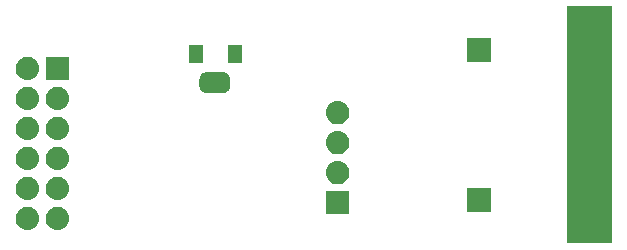
<source format=gts>
G04 #@! TF.GenerationSoftware,KiCad,Pcbnew,(5.1.4)-1*
G04 #@! TF.CreationDate,2020-10-15T04:09:33+01:00*
G04 #@! TF.ProjectId,buffer,62756666-6572-42e6-9b69-6361645f7063,rev?*
G04 #@! TF.SameCoordinates,Original*
G04 #@! TF.FileFunction,Soldermask,Top*
G04 #@! TF.FilePolarity,Negative*
%FSLAX46Y46*%
G04 Gerber Fmt 4.6, Leading zero omitted, Abs format (unit mm)*
G04 Created by KiCad (PCBNEW (5.1.4)-1) date 2020-10-15 04:09:33*
%MOMM*%
%LPD*%
G04 APERTURE LIST*
%ADD10C,0.100000*%
G04 APERTURE END LIST*
D10*
G36*
X87300200Y-49191560D02*
G01*
X83500200Y-49191560D01*
X83500200Y-29111560D01*
X87300200Y-29111560D01*
X87300200Y-49191560D01*
X87300200Y-49191560D01*
G37*
G36*
X40549836Y-46090830D02*
G01*
X40738332Y-46148009D01*
X40912058Y-46240868D01*
X41064328Y-46365832D01*
X41189292Y-46518102D01*
X41282151Y-46691828D01*
X41339330Y-46880324D01*
X41358638Y-47076360D01*
X41339330Y-47272396D01*
X41282151Y-47460892D01*
X41189292Y-47634618D01*
X41064328Y-47786888D01*
X40912058Y-47911852D01*
X40738332Y-48004711D01*
X40549836Y-48061890D01*
X40402920Y-48076360D01*
X40304680Y-48076360D01*
X40157764Y-48061890D01*
X39969268Y-48004711D01*
X39795542Y-47911852D01*
X39643272Y-47786888D01*
X39518308Y-47634618D01*
X39425449Y-47460892D01*
X39368270Y-47272396D01*
X39348962Y-47076360D01*
X39368270Y-46880324D01*
X39425449Y-46691828D01*
X39518308Y-46518102D01*
X39643272Y-46365832D01*
X39795542Y-46240868D01*
X39969268Y-46148009D01*
X40157764Y-46090830D01*
X40304680Y-46076360D01*
X40402920Y-46076360D01*
X40549836Y-46090830D01*
X40549836Y-46090830D01*
G37*
G36*
X38009836Y-46090830D02*
G01*
X38198332Y-46148009D01*
X38372058Y-46240868D01*
X38524328Y-46365832D01*
X38649292Y-46518102D01*
X38742151Y-46691828D01*
X38799330Y-46880324D01*
X38818638Y-47076360D01*
X38799330Y-47272396D01*
X38742151Y-47460892D01*
X38649292Y-47634618D01*
X38524328Y-47786888D01*
X38372058Y-47911852D01*
X38198332Y-48004711D01*
X38009836Y-48061890D01*
X37862920Y-48076360D01*
X37764680Y-48076360D01*
X37617764Y-48061890D01*
X37429268Y-48004711D01*
X37255542Y-47911852D01*
X37103272Y-47786888D01*
X36978308Y-47634618D01*
X36885449Y-47460892D01*
X36828270Y-47272396D01*
X36808962Y-47076360D01*
X36828270Y-46880324D01*
X36885449Y-46691828D01*
X36978308Y-46518102D01*
X37103272Y-46365832D01*
X37255542Y-46240868D01*
X37429268Y-46148009D01*
X37617764Y-46090830D01*
X37764680Y-46076360D01*
X37862920Y-46076360D01*
X38009836Y-46090830D01*
X38009836Y-46090830D01*
G37*
G36*
X65077400Y-46730160D02*
G01*
X63077400Y-46730160D01*
X63077400Y-44730160D01*
X65077400Y-44730160D01*
X65077400Y-46730160D01*
X65077400Y-46730160D01*
G37*
G36*
X77033180Y-46504100D02*
G01*
X75033180Y-46504100D01*
X75033180Y-44504100D01*
X77033180Y-44504100D01*
X77033180Y-46504100D01*
X77033180Y-46504100D01*
G37*
G36*
X38009836Y-43550830D02*
G01*
X38198332Y-43608009D01*
X38372058Y-43700868D01*
X38524328Y-43825832D01*
X38649292Y-43978102D01*
X38742151Y-44151828D01*
X38799330Y-44340324D01*
X38818638Y-44536360D01*
X38799330Y-44732396D01*
X38742151Y-44920892D01*
X38649292Y-45094618D01*
X38524328Y-45246888D01*
X38372058Y-45371852D01*
X38198332Y-45464711D01*
X38009836Y-45521890D01*
X37862920Y-45536360D01*
X37764680Y-45536360D01*
X37617764Y-45521890D01*
X37429268Y-45464711D01*
X37255542Y-45371852D01*
X37103272Y-45246888D01*
X36978308Y-45094618D01*
X36885449Y-44920892D01*
X36828270Y-44732396D01*
X36808962Y-44536360D01*
X36828270Y-44340324D01*
X36885449Y-44151828D01*
X36978308Y-43978102D01*
X37103272Y-43825832D01*
X37255542Y-43700868D01*
X37429268Y-43608009D01*
X37617764Y-43550830D01*
X37764680Y-43536360D01*
X37862920Y-43536360D01*
X38009836Y-43550830D01*
X38009836Y-43550830D01*
G37*
G36*
X40549836Y-43550830D02*
G01*
X40738332Y-43608009D01*
X40912058Y-43700868D01*
X41064328Y-43825832D01*
X41189292Y-43978102D01*
X41282151Y-44151828D01*
X41339330Y-44340324D01*
X41358638Y-44536360D01*
X41339330Y-44732396D01*
X41282151Y-44920892D01*
X41189292Y-45094618D01*
X41064328Y-45246888D01*
X40912058Y-45371852D01*
X40738332Y-45464711D01*
X40549836Y-45521890D01*
X40402920Y-45536360D01*
X40304680Y-45536360D01*
X40157764Y-45521890D01*
X39969268Y-45464711D01*
X39795542Y-45371852D01*
X39643272Y-45246888D01*
X39518308Y-45094618D01*
X39425449Y-44920892D01*
X39368270Y-44732396D01*
X39348962Y-44536360D01*
X39368270Y-44340324D01*
X39425449Y-44151828D01*
X39518308Y-43978102D01*
X39643272Y-43825832D01*
X39795542Y-43700868D01*
X39969268Y-43608009D01*
X40157764Y-43550830D01*
X40304680Y-43536360D01*
X40402920Y-43536360D01*
X40549836Y-43550830D01*
X40549836Y-43550830D01*
G37*
G36*
X64273436Y-42204630D02*
G01*
X64461932Y-42261809D01*
X64635658Y-42354668D01*
X64787928Y-42479632D01*
X64912892Y-42631902D01*
X65005751Y-42805628D01*
X65062930Y-42994124D01*
X65082238Y-43190160D01*
X65062930Y-43386196D01*
X65005751Y-43574692D01*
X64912892Y-43748418D01*
X64787928Y-43900688D01*
X64635658Y-44025652D01*
X64461932Y-44118511D01*
X64273436Y-44175690D01*
X64126520Y-44190160D01*
X64028280Y-44190160D01*
X63881364Y-44175690D01*
X63692868Y-44118511D01*
X63519142Y-44025652D01*
X63366872Y-43900688D01*
X63241908Y-43748418D01*
X63149049Y-43574692D01*
X63091870Y-43386196D01*
X63072562Y-43190160D01*
X63091870Y-42994124D01*
X63149049Y-42805628D01*
X63241908Y-42631902D01*
X63366872Y-42479632D01*
X63519142Y-42354668D01*
X63692868Y-42261809D01*
X63881364Y-42204630D01*
X64028280Y-42190160D01*
X64126520Y-42190160D01*
X64273436Y-42204630D01*
X64273436Y-42204630D01*
G37*
G36*
X40549836Y-41010830D02*
G01*
X40738332Y-41068009D01*
X40912058Y-41160868D01*
X41064328Y-41285832D01*
X41189292Y-41438102D01*
X41282151Y-41611828D01*
X41339330Y-41800324D01*
X41358638Y-41996360D01*
X41339330Y-42192396D01*
X41282151Y-42380892D01*
X41189292Y-42554618D01*
X41064328Y-42706888D01*
X40912058Y-42831852D01*
X40738332Y-42924711D01*
X40549836Y-42981890D01*
X40402920Y-42996360D01*
X40304680Y-42996360D01*
X40157764Y-42981890D01*
X39969268Y-42924711D01*
X39795542Y-42831852D01*
X39643272Y-42706888D01*
X39518308Y-42554618D01*
X39425449Y-42380892D01*
X39368270Y-42192396D01*
X39348962Y-41996360D01*
X39368270Y-41800324D01*
X39425449Y-41611828D01*
X39518308Y-41438102D01*
X39643272Y-41285832D01*
X39795542Y-41160868D01*
X39969268Y-41068009D01*
X40157764Y-41010830D01*
X40304680Y-40996360D01*
X40402920Y-40996360D01*
X40549836Y-41010830D01*
X40549836Y-41010830D01*
G37*
G36*
X38009836Y-41010830D02*
G01*
X38198332Y-41068009D01*
X38372058Y-41160868D01*
X38524328Y-41285832D01*
X38649292Y-41438102D01*
X38742151Y-41611828D01*
X38799330Y-41800324D01*
X38818638Y-41996360D01*
X38799330Y-42192396D01*
X38742151Y-42380892D01*
X38649292Y-42554618D01*
X38524328Y-42706888D01*
X38372058Y-42831852D01*
X38198332Y-42924711D01*
X38009836Y-42981890D01*
X37862920Y-42996360D01*
X37764680Y-42996360D01*
X37617764Y-42981890D01*
X37429268Y-42924711D01*
X37255542Y-42831852D01*
X37103272Y-42706888D01*
X36978308Y-42554618D01*
X36885449Y-42380892D01*
X36828270Y-42192396D01*
X36808962Y-41996360D01*
X36828270Y-41800324D01*
X36885449Y-41611828D01*
X36978308Y-41438102D01*
X37103272Y-41285832D01*
X37255542Y-41160868D01*
X37429268Y-41068009D01*
X37617764Y-41010830D01*
X37764680Y-40996360D01*
X37862920Y-40996360D01*
X38009836Y-41010830D01*
X38009836Y-41010830D01*
G37*
G36*
X64273436Y-39664630D02*
G01*
X64461932Y-39721809D01*
X64635658Y-39814668D01*
X64787928Y-39939632D01*
X64912892Y-40091902D01*
X65005751Y-40265628D01*
X65062930Y-40454124D01*
X65082238Y-40650160D01*
X65062930Y-40846196D01*
X65005751Y-41034692D01*
X64912892Y-41208418D01*
X64787928Y-41360688D01*
X64635658Y-41485652D01*
X64461932Y-41578511D01*
X64273436Y-41635690D01*
X64126520Y-41650160D01*
X64028280Y-41650160D01*
X63881364Y-41635690D01*
X63692868Y-41578511D01*
X63519142Y-41485652D01*
X63366872Y-41360688D01*
X63241908Y-41208418D01*
X63149049Y-41034692D01*
X63091870Y-40846196D01*
X63072562Y-40650160D01*
X63091870Y-40454124D01*
X63149049Y-40265628D01*
X63241908Y-40091902D01*
X63366872Y-39939632D01*
X63519142Y-39814668D01*
X63692868Y-39721809D01*
X63881364Y-39664630D01*
X64028280Y-39650160D01*
X64126520Y-39650160D01*
X64273436Y-39664630D01*
X64273436Y-39664630D01*
G37*
G36*
X40549836Y-38470830D02*
G01*
X40738332Y-38528009D01*
X40912058Y-38620868D01*
X41064328Y-38745832D01*
X41189292Y-38898102D01*
X41282151Y-39071828D01*
X41339330Y-39260324D01*
X41358638Y-39456360D01*
X41339330Y-39652396D01*
X41282151Y-39840892D01*
X41189292Y-40014618D01*
X41064328Y-40166888D01*
X40912058Y-40291852D01*
X40738332Y-40384711D01*
X40549836Y-40441890D01*
X40402920Y-40456360D01*
X40304680Y-40456360D01*
X40157764Y-40441890D01*
X39969268Y-40384711D01*
X39795542Y-40291852D01*
X39643272Y-40166888D01*
X39518308Y-40014618D01*
X39425449Y-39840892D01*
X39368270Y-39652396D01*
X39348962Y-39456360D01*
X39368270Y-39260324D01*
X39425449Y-39071828D01*
X39518308Y-38898102D01*
X39643272Y-38745832D01*
X39795542Y-38620868D01*
X39969268Y-38528009D01*
X40157764Y-38470830D01*
X40304680Y-38456360D01*
X40402920Y-38456360D01*
X40549836Y-38470830D01*
X40549836Y-38470830D01*
G37*
G36*
X38009836Y-38470830D02*
G01*
X38198332Y-38528009D01*
X38372058Y-38620868D01*
X38524328Y-38745832D01*
X38649292Y-38898102D01*
X38742151Y-39071828D01*
X38799330Y-39260324D01*
X38818638Y-39456360D01*
X38799330Y-39652396D01*
X38742151Y-39840892D01*
X38649292Y-40014618D01*
X38524328Y-40166888D01*
X38372058Y-40291852D01*
X38198332Y-40384711D01*
X38009836Y-40441890D01*
X37862920Y-40456360D01*
X37764680Y-40456360D01*
X37617764Y-40441890D01*
X37429268Y-40384711D01*
X37255542Y-40291852D01*
X37103272Y-40166888D01*
X36978308Y-40014618D01*
X36885449Y-39840892D01*
X36828270Y-39652396D01*
X36808962Y-39456360D01*
X36828270Y-39260324D01*
X36885449Y-39071828D01*
X36978308Y-38898102D01*
X37103272Y-38745832D01*
X37255542Y-38620868D01*
X37429268Y-38528009D01*
X37617764Y-38470830D01*
X37764680Y-38456360D01*
X37862920Y-38456360D01*
X38009836Y-38470830D01*
X38009836Y-38470830D01*
G37*
G36*
X64273436Y-37124630D02*
G01*
X64461932Y-37181809D01*
X64635658Y-37274668D01*
X64787928Y-37399632D01*
X64912892Y-37551902D01*
X65005751Y-37725628D01*
X65062930Y-37914124D01*
X65082238Y-38110160D01*
X65062930Y-38306196D01*
X65005751Y-38494692D01*
X64912892Y-38668418D01*
X64787928Y-38820688D01*
X64635658Y-38945652D01*
X64461932Y-39038511D01*
X64273436Y-39095690D01*
X64126520Y-39110160D01*
X64028280Y-39110160D01*
X63881364Y-39095690D01*
X63692868Y-39038511D01*
X63519142Y-38945652D01*
X63366872Y-38820688D01*
X63241908Y-38668418D01*
X63149049Y-38494692D01*
X63091870Y-38306196D01*
X63072562Y-38110160D01*
X63091870Y-37914124D01*
X63149049Y-37725628D01*
X63241908Y-37551902D01*
X63366872Y-37399632D01*
X63519142Y-37274668D01*
X63692868Y-37181809D01*
X63881364Y-37124630D01*
X64028280Y-37110160D01*
X64126520Y-37110160D01*
X64273436Y-37124630D01*
X64273436Y-37124630D01*
G37*
G36*
X40549836Y-35930830D02*
G01*
X40738332Y-35988009D01*
X40912058Y-36080868D01*
X41064328Y-36205832D01*
X41189292Y-36358102D01*
X41282151Y-36531828D01*
X41339330Y-36720324D01*
X41358638Y-36916360D01*
X41339330Y-37112396D01*
X41282151Y-37300892D01*
X41189292Y-37474618D01*
X41064328Y-37626888D01*
X40912058Y-37751852D01*
X40738332Y-37844711D01*
X40549836Y-37901890D01*
X40402920Y-37916360D01*
X40304680Y-37916360D01*
X40157764Y-37901890D01*
X39969268Y-37844711D01*
X39795542Y-37751852D01*
X39643272Y-37626888D01*
X39518308Y-37474618D01*
X39425449Y-37300892D01*
X39368270Y-37112396D01*
X39348962Y-36916360D01*
X39368270Y-36720324D01*
X39425449Y-36531828D01*
X39518308Y-36358102D01*
X39643272Y-36205832D01*
X39795542Y-36080868D01*
X39969268Y-35988009D01*
X40157764Y-35930830D01*
X40304680Y-35916360D01*
X40402920Y-35916360D01*
X40549836Y-35930830D01*
X40549836Y-35930830D01*
G37*
G36*
X38009836Y-35930830D02*
G01*
X38198332Y-35988009D01*
X38372058Y-36080868D01*
X38524328Y-36205832D01*
X38649292Y-36358102D01*
X38742151Y-36531828D01*
X38799330Y-36720324D01*
X38818638Y-36916360D01*
X38799330Y-37112396D01*
X38742151Y-37300892D01*
X38649292Y-37474618D01*
X38524328Y-37626888D01*
X38372058Y-37751852D01*
X38198332Y-37844711D01*
X38009836Y-37901890D01*
X37862920Y-37916360D01*
X37764680Y-37916360D01*
X37617764Y-37901890D01*
X37429268Y-37844711D01*
X37255542Y-37751852D01*
X37103272Y-37626888D01*
X36978308Y-37474618D01*
X36885449Y-37300892D01*
X36828270Y-37112396D01*
X36808962Y-36916360D01*
X36828270Y-36720324D01*
X36885449Y-36531828D01*
X36978308Y-36358102D01*
X37103272Y-36205832D01*
X37255542Y-36080868D01*
X37429268Y-35988009D01*
X37617764Y-35930830D01*
X37764680Y-35916360D01*
X37862920Y-35916360D01*
X38009836Y-35930830D01*
X38009836Y-35930830D01*
G37*
G36*
X53555506Y-34667250D02*
G01*
X53565517Y-34670287D01*
X53583780Y-34675827D01*
X53608013Y-34688780D01*
X53614819Y-34692418D01*
X53638363Y-34702170D01*
X53663358Y-34707142D01*
X53688842Y-34707142D01*
X53713836Y-34702170D01*
X53737381Y-34692418D01*
X53744187Y-34688780D01*
X53768420Y-34675827D01*
X53786683Y-34670287D01*
X53796694Y-34667250D01*
X53832486Y-34663725D01*
X54319714Y-34663725D01*
X54337807Y-34665507D01*
X54350549Y-34666133D01*
X54368723Y-34666133D01*
X54410902Y-34670287D01*
X54494499Y-34686916D01*
X54500639Y-34688778D01*
X54500647Y-34688780D01*
X54528922Y-34697357D01*
X54528925Y-34697358D01*
X54535063Y-34699220D01*
X54613816Y-34731840D01*
X54619474Y-34734864D01*
X54619478Y-34734866D01*
X54645537Y-34748795D01*
X54645544Y-34748800D01*
X54651200Y-34751823D01*
X54722077Y-34799181D01*
X54754837Y-34826067D01*
X54815113Y-34886343D01*
X54841999Y-34919103D01*
X54889357Y-34989980D01*
X54892380Y-34995636D01*
X54892385Y-34995643D01*
X54906314Y-35021702D01*
X54906316Y-35021706D01*
X54909340Y-35027364D01*
X54941960Y-35106117D01*
X54943822Y-35112255D01*
X54943823Y-35112258D01*
X54952400Y-35140533D01*
X54952402Y-35140541D01*
X54954264Y-35146681D01*
X54970893Y-35230278D01*
X54975047Y-35272457D01*
X54975047Y-35290631D01*
X54975673Y-35303373D01*
X54977455Y-35321466D01*
X54977455Y-35808694D01*
X54975673Y-35826787D01*
X54975047Y-35839529D01*
X54975047Y-35857703D01*
X54970893Y-35899882D01*
X54954264Y-35983479D01*
X54952402Y-35989619D01*
X54952400Y-35989627D01*
X54943823Y-36017902D01*
X54941960Y-36024043D01*
X54909340Y-36102796D01*
X54906316Y-36108454D01*
X54906314Y-36108458D01*
X54892385Y-36134517D01*
X54892380Y-36134524D01*
X54889357Y-36140180D01*
X54841999Y-36211057D01*
X54815113Y-36243817D01*
X54754837Y-36304093D01*
X54722077Y-36330979D01*
X54651200Y-36378337D01*
X54645544Y-36381360D01*
X54645537Y-36381365D01*
X54619478Y-36395294D01*
X54619474Y-36395296D01*
X54613816Y-36398320D01*
X54535063Y-36430940D01*
X54528925Y-36432802D01*
X54528922Y-36432803D01*
X54500647Y-36441380D01*
X54500639Y-36441382D01*
X54494499Y-36443244D01*
X54410902Y-36459873D01*
X54368723Y-36464027D01*
X54350549Y-36464027D01*
X54337807Y-36464653D01*
X54326100Y-36465806D01*
X54319714Y-36466435D01*
X53832486Y-36466435D01*
X53796694Y-36462910D01*
X53782558Y-36458622D01*
X53768420Y-36454333D01*
X53742361Y-36440404D01*
X53742360Y-36440404D01*
X53737381Y-36437742D01*
X53713837Y-36427990D01*
X53688842Y-36423018D01*
X53663358Y-36423018D01*
X53638364Y-36427990D01*
X53614819Y-36437742D01*
X53609840Y-36440404D01*
X53609839Y-36440404D01*
X53583780Y-36454333D01*
X53569643Y-36458621D01*
X53555506Y-36462910D01*
X53519714Y-36466435D01*
X53032486Y-36466435D01*
X53014393Y-36464653D01*
X53001651Y-36464027D01*
X52983477Y-36464027D01*
X52941298Y-36459873D01*
X52857701Y-36443244D01*
X52851561Y-36441382D01*
X52851553Y-36441380D01*
X52823278Y-36432803D01*
X52823275Y-36432802D01*
X52817137Y-36430940D01*
X52738384Y-36398320D01*
X52732726Y-36395296D01*
X52732722Y-36395294D01*
X52706663Y-36381365D01*
X52706656Y-36381360D01*
X52701000Y-36378337D01*
X52630123Y-36330979D01*
X52597363Y-36304093D01*
X52537087Y-36243817D01*
X52510201Y-36211057D01*
X52462843Y-36140180D01*
X52459820Y-36134524D01*
X52459815Y-36134517D01*
X52445886Y-36108458D01*
X52445884Y-36108454D01*
X52442860Y-36102796D01*
X52410240Y-36024043D01*
X52408377Y-36017902D01*
X52399800Y-35989627D01*
X52399798Y-35989619D01*
X52397936Y-35983479D01*
X52381307Y-35899882D01*
X52377153Y-35857703D01*
X52377153Y-35839529D01*
X52376527Y-35826787D01*
X52374745Y-35808694D01*
X52374745Y-35321466D01*
X52376527Y-35303373D01*
X52377153Y-35290631D01*
X52377153Y-35272457D01*
X52381307Y-35230278D01*
X52397936Y-35146681D01*
X52399798Y-35140541D01*
X52399800Y-35140533D01*
X52408377Y-35112258D01*
X52408378Y-35112255D01*
X52410240Y-35106117D01*
X52442860Y-35027364D01*
X52445884Y-35021706D01*
X52445886Y-35021702D01*
X52459815Y-34995643D01*
X52459820Y-34995636D01*
X52462843Y-34989980D01*
X52510201Y-34919103D01*
X52537087Y-34886343D01*
X52597363Y-34826067D01*
X52630123Y-34799181D01*
X52701000Y-34751823D01*
X52706656Y-34748800D01*
X52706663Y-34748795D01*
X52732722Y-34734866D01*
X52732726Y-34734864D01*
X52738384Y-34731840D01*
X52817137Y-34699220D01*
X52823275Y-34697358D01*
X52823278Y-34697357D01*
X52851553Y-34688780D01*
X52851561Y-34688778D01*
X52857701Y-34686916D01*
X52941298Y-34670287D01*
X52983477Y-34666133D01*
X53001651Y-34666133D01*
X53014393Y-34665507D01*
X53032486Y-34663725D01*
X53519714Y-34663725D01*
X53555506Y-34667250D01*
X53555506Y-34667250D01*
G37*
G36*
X41353800Y-35376360D02*
G01*
X39353800Y-35376360D01*
X39353800Y-33376360D01*
X41353800Y-33376360D01*
X41353800Y-35376360D01*
X41353800Y-35376360D01*
G37*
G36*
X38009836Y-33390830D02*
G01*
X38198332Y-33448009D01*
X38372058Y-33540868D01*
X38524328Y-33665832D01*
X38649292Y-33818102D01*
X38742151Y-33991828D01*
X38799330Y-34180324D01*
X38818638Y-34376360D01*
X38799330Y-34572396D01*
X38742151Y-34760892D01*
X38649292Y-34934618D01*
X38524328Y-35086888D01*
X38372058Y-35211852D01*
X38198332Y-35304711D01*
X38009836Y-35361890D01*
X37862920Y-35376360D01*
X37764680Y-35376360D01*
X37617764Y-35361890D01*
X37429268Y-35304711D01*
X37255542Y-35211852D01*
X37103272Y-35086888D01*
X36978308Y-34934618D01*
X36885449Y-34760892D01*
X36828270Y-34572396D01*
X36808962Y-34376360D01*
X36828270Y-34180324D01*
X36885449Y-33991828D01*
X36978308Y-33818102D01*
X37103272Y-33665832D01*
X37255542Y-33540868D01*
X37429268Y-33448009D01*
X37617764Y-33390830D01*
X37764680Y-33376360D01*
X37862920Y-33376360D01*
X38009836Y-33390830D01*
X38009836Y-33390830D01*
G37*
G36*
X52661660Y-33899540D02*
G01*
X51461660Y-33899540D01*
X51461660Y-32399540D01*
X52661660Y-32399540D01*
X52661660Y-33899540D01*
X52661660Y-33899540D01*
G37*
G36*
X55961660Y-33899540D02*
G01*
X54761660Y-33899540D01*
X54761660Y-32399540D01*
X55961660Y-32399540D01*
X55961660Y-33899540D01*
X55961660Y-33899540D01*
G37*
G36*
X77040800Y-33801560D02*
G01*
X75040800Y-33801560D01*
X75040800Y-31801560D01*
X77040800Y-31801560D01*
X77040800Y-33801560D01*
X77040800Y-33801560D01*
G37*
M02*

</source>
